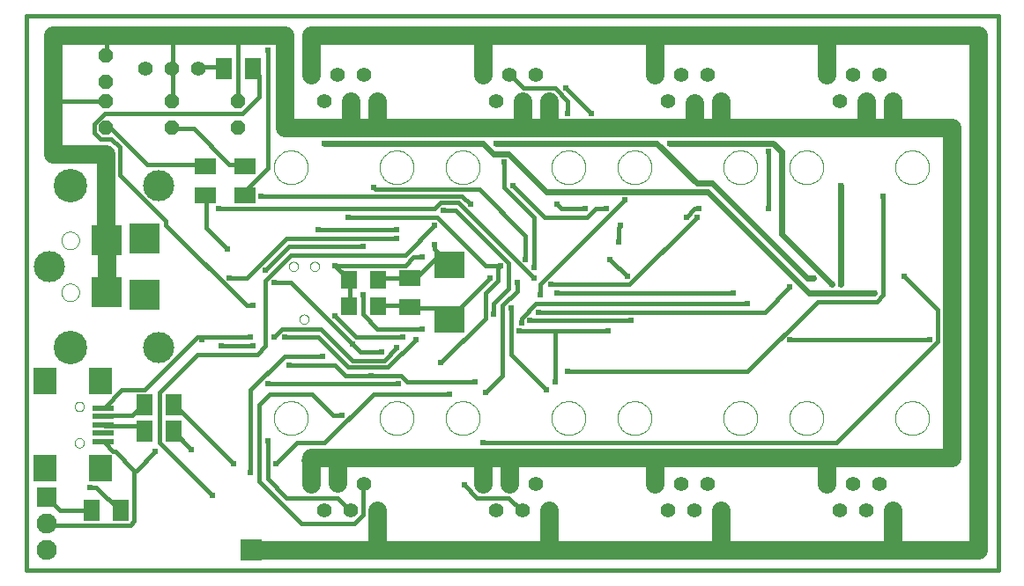
<source format=gtl>
G75*
G70*
%OFA0B0*%
%FSLAX24Y24*%
%IPPOS*%
%LPD*%
%AMOC8*
5,1,8,0,0,1.08239X$1,22.5*
%
%ADD10C,0.0160*%
%ADD11C,0.0000*%
%ADD12R,0.0760X0.0760*%
%ADD13C,0.0760*%
%ADD14C,0.0554*%
%ADD15C,0.1181*%
%ADD16C,0.1266*%
%ADD17R,0.1181X0.1181*%
%ADD18OC8,0.0520*%
%ADD19R,0.0787X0.0630*%
%ADD20R,0.0630X0.0709*%
%ADD21R,0.1181X0.0984*%
%ADD22R,0.0630X0.0787*%
%ADD23R,0.0866X0.0984*%
%ADD24R,0.0787X0.0197*%
%ADD25C,0.0551*%
%ADD26C,0.0700*%
%ADD27C,0.0500*%
%ADD28C,0.0180*%
%ADD29C,0.0240*%
%ADD30R,0.0827X0.0827*%
%ADD31C,0.0240*%
D10*
X000620Y000267D02*
X037370Y000267D01*
X037370Y021267D01*
X000620Y021267D01*
X000620Y000267D01*
D11*
X002443Y005078D02*
X002445Y005104D01*
X002451Y005130D01*
X002461Y005155D01*
X002474Y005178D01*
X002490Y005198D01*
X002510Y005216D01*
X002532Y005231D01*
X002555Y005243D01*
X002581Y005251D01*
X002607Y005255D01*
X002633Y005255D01*
X002659Y005251D01*
X002685Y005243D01*
X002709Y005231D01*
X002730Y005216D01*
X002750Y005198D01*
X002766Y005178D01*
X002779Y005155D01*
X002789Y005130D01*
X002795Y005104D01*
X002797Y005078D01*
X002795Y005052D01*
X002789Y005026D01*
X002779Y005001D01*
X002766Y004978D01*
X002750Y004958D01*
X002730Y004940D01*
X002708Y004925D01*
X002685Y004913D01*
X002659Y004905D01*
X002633Y004901D01*
X002607Y004901D01*
X002581Y004905D01*
X002555Y004913D01*
X002531Y004925D01*
X002510Y004940D01*
X002490Y004958D01*
X002474Y004978D01*
X002461Y005001D01*
X002451Y005026D01*
X002445Y005052D01*
X002443Y005078D01*
X002443Y006456D02*
X002445Y006482D01*
X002451Y006508D01*
X002461Y006533D01*
X002474Y006556D01*
X002490Y006576D01*
X002510Y006594D01*
X002532Y006609D01*
X002555Y006621D01*
X002581Y006629D01*
X002607Y006633D01*
X002633Y006633D01*
X002659Y006629D01*
X002685Y006621D01*
X002709Y006609D01*
X002730Y006594D01*
X002750Y006576D01*
X002766Y006556D01*
X002779Y006533D01*
X002789Y006508D01*
X002795Y006482D01*
X002797Y006456D01*
X002795Y006430D01*
X002789Y006404D01*
X002779Y006379D01*
X002766Y006356D01*
X002750Y006336D01*
X002730Y006318D01*
X002708Y006303D01*
X002685Y006291D01*
X002659Y006283D01*
X002633Y006279D01*
X002607Y006279D01*
X002581Y006283D01*
X002555Y006291D01*
X002531Y006303D01*
X002510Y006318D01*
X002490Y006336D01*
X002474Y006356D01*
X002461Y006379D01*
X002451Y006404D01*
X002445Y006430D01*
X002443Y006456D01*
X001939Y010782D02*
X001941Y010818D01*
X001947Y010854D01*
X001957Y010889D01*
X001970Y010923D01*
X001987Y010955D01*
X002007Y010985D01*
X002031Y011012D01*
X002057Y011037D01*
X002086Y011059D01*
X002117Y011078D01*
X002150Y011093D01*
X002184Y011105D01*
X002220Y011113D01*
X002256Y011117D01*
X002292Y011117D01*
X002328Y011113D01*
X002364Y011105D01*
X002398Y011093D01*
X002431Y011078D01*
X002462Y011059D01*
X002491Y011037D01*
X002517Y011012D01*
X002541Y010985D01*
X002561Y010955D01*
X002578Y010923D01*
X002591Y010889D01*
X002601Y010854D01*
X002607Y010818D01*
X002609Y010782D01*
X002607Y010746D01*
X002601Y010710D01*
X002591Y010675D01*
X002578Y010641D01*
X002561Y010609D01*
X002541Y010579D01*
X002517Y010552D01*
X002491Y010527D01*
X002462Y010505D01*
X002431Y010486D01*
X002398Y010471D01*
X002364Y010459D01*
X002328Y010451D01*
X002292Y010447D01*
X002256Y010447D01*
X002220Y010451D01*
X002184Y010459D01*
X002150Y010471D01*
X002117Y010486D01*
X002086Y010505D01*
X002057Y010527D01*
X002031Y010552D01*
X002007Y010579D01*
X001987Y010609D01*
X001970Y010641D01*
X001957Y010675D01*
X001947Y010710D01*
X001941Y010746D01*
X001939Y010782D01*
X001939Y012751D02*
X001941Y012787D01*
X001947Y012823D01*
X001957Y012858D01*
X001970Y012892D01*
X001987Y012924D01*
X002007Y012954D01*
X002031Y012981D01*
X002057Y013006D01*
X002086Y013028D01*
X002117Y013047D01*
X002150Y013062D01*
X002184Y013074D01*
X002220Y013082D01*
X002256Y013086D01*
X002292Y013086D01*
X002328Y013082D01*
X002364Y013074D01*
X002398Y013062D01*
X002431Y013047D01*
X002462Y013028D01*
X002491Y013006D01*
X002517Y012981D01*
X002541Y012954D01*
X002561Y012924D01*
X002578Y012892D01*
X002591Y012858D01*
X002601Y012823D01*
X002607Y012787D01*
X002609Y012751D01*
X002607Y012715D01*
X002601Y012679D01*
X002591Y012644D01*
X002578Y012610D01*
X002561Y012578D01*
X002541Y012548D01*
X002517Y012521D01*
X002491Y012496D01*
X002462Y012474D01*
X002431Y012455D01*
X002398Y012440D01*
X002364Y012428D01*
X002328Y012420D01*
X002292Y012416D01*
X002256Y012416D01*
X002220Y012420D01*
X002184Y012428D01*
X002150Y012440D01*
X002117Y012455D01*
X002086Y012474D01*
X002057Y012496D01*
X002031Y012521D01*
X002007Y012548D01*
X001987Y012578D01*
X001970Y012610D01*
X001957Y012644D01*
X001947Y012679D01*
X001941Y012715D01*
X001939Y012751D01*
X010545Y011767D02*
X010547Y011793D01*
X010553Y011819D01*
X010562Y011843D01*
X010575Y011866D01*
X010592Y011886D01*
X010611Y011904D01*
X010633Y011919D01*
X010656Y011930D01*
X010681Y011938D01*
X010707Y011942D01*
X010733Y011942D01*
X010759Y011938D01*
X010784Y011930D01*
X010808Y011919D01*
X010829Y011904D01*
X010848Y011886D01*
X010865Y011866D01*
X010878Y011843D01*
X010887Y011819D01*
X010893Y011793D01*
X010895Y011767D01*
X010893Y011741D01*
X010887Y011715D01*
X010878Y011691D01*
X010865Y011668D01*
X010848Y011648D01*
X010829Y011630D01*
X010807Y011615D01*
X010784Y011604D01*
X010759Y011596D01*
X010733Y011592D01*
X010707Y011592D01*
X010681Y011596D01*
X010656Y011604D01*
X010632Y011615D01*
X010611Y011630D01*
X010592Y011648D01*
X010575Y011668D01*
X010562Y011691D01*
X010553Y011715D01*
X010547Y011741D01*
X010545Y011767D01*
X011345Y011767D02*
X011347Y011793D01*
X011353Y011819D01*
X011362Y011843D01*
X011375Y011866D01*
X011392Y011886D01*
X011411Y011904D01*
X011433Y011919D01*
X011456Y011930D01*
X011481Y011938D01*
X011507Y011942D01*
X011533Y011942D01*
X011559Y011938D01*
X011584Y011930D01*
X011608Y011919D01*
X011629Y011904D01*
X011648Y011886D01*
X011665Y011866D01*
X011678Y011843D01*
X011687Y011819D01*
X011693Y011793D01*
X011695Y011767D01*
X011693Y011741D01*
X011687Y011715D01*
X011678Y011691D01*
X011665Y011668D01*
X011648Y011648D01*
X011629Y011630D01*
X011607Y011615D01*
X011584Y011604D01*
X011559Y011596D01*
X011533Y011592D01*
X011507Y011592D01*
X011481Y011596D01*
X011456Y011604D01*
X011432Y011615D01*
X011411Y011630D01*
X011392Y011648D01*
X011375Y011668D01*
X011362Y011691D01*
X011353Y011715D01*
X011347Y011741D01*
X011345Y011767D01*
X010945Y009767D02*
X010947Y009793D01*
X010953Y009819D01*
X010962Y009843D01*
X010975Y009866D01*
X010992Y009886D01*
X011011Y009904D01*
X011033Y009919D01*
X011056Y009930D01*
X011081Y009938D01*
X011107Y009942D01*
X011133Y009942D01*
X011159Y009938D01*
X011184Y009930D01*
X011208Y009919D01*
X011229Y009904D01*
X011248Y009886D01*
X011265Y009866D01*
X011278Y009843D01*
X011287Y009819D01*
X011293Y009793D01*
X011295Y009767D01*
X011293Y009741D01*
X011287Y009715D01*
X011278Y009691D01*
X011265Y009668D01*
X011248Y009648D01*
X011229Y009630D01*
X011207Y009615D01*
X011184Y009604D01*
X011159Y009596D01*
X011133Y009592D01*
X011107Y009592D01*
X011081Y009596D01*
X011056Y009604D01*
X011032Y009615D01*
X011011Y009630D01*
X010992Y009648D01*
X010975Y009668D01*
X010962Y009691D01*
X010953Y009715D01*
X010947Y009741D01*
X010945Y009767D01*
X009980Y006017D02*
X009982Y006067D01*
X009988Y006117D01*
X009998Y006166D01*
X010011Y006215D01*
X010029Y006262D01*
X010050Y006308D01*
X010074Y006351D01*
X010102Y006393D01*
X010133Y006433D01*
X010167Y006470D01*
X010204Y006504D01*
X010244Y006535D01*
X010286Y006563D01*
X010329Y006587D01*
X010375Y006608D01*
X010422Y006626D01*
X010471Y006639D01*
X010520Y006649D01*
X010570Y006655D01*
X010620Y006657D01*
X010670Y006655D01*
X010720Y006649D01*
X010769Y006639D01*
X010818Y006626D01*
X010865Y006608D01*
X010911Y006587D01*
X010954Y006563D01*
X010996Y006535D01*
X011036Y006504D01*
X011073Y006470D01*
X011107Y006433D01*
X011138Y006393D01*
X011166Y006351D01*
X011190Y006308D01*
X011211Y006262D01*
X011229Y006215D01*
X011242Y006166D01*
X011252Y006117D01*
X011258Y006067D01*
X011260Y006017D01*
X011258Y005967D01*
X011252Y005917D01*
X011242Y005868D01*
X011229Y005819D01*
X011211Y005772D01*
X011190Y005726D01*
X011166Y005683D01*
X011138Y005641D01*
X011107Y005601D01*
X011073Y005564D01*
X011036Y005530D01*
X010996Y005499D01*
X010954Y005471D01*
X010911Y005447D01*
X010865Y005426D01*
X010818Y005408D01*
X010769Y005395D01*
X010720Y005385D01*
X010670Y005379D01*
X010620Y005377D01*
X010570Y005379D01*
X010520Y005385D01*
X010471Y005395D01*
X010422Y005408D01*
X010375Y005426D01*
X010329Y005447D01*
X010286Y005471D01*
X010244Y005499D01*
X010204Y005530D01*
X010167Y005564D01*
X010133Y005601D01*
X010102Y005641D01*
X010074Y005683D01*
X010050Y005726D01*
X010029Y005772D01*
X010011Y005819D01*
X009998Y005868D01*
X009988Y005917D01*
X009982Y005967D01*
X009980Y006017D01*
X013980Y006017D02*
X013982Y006067D01*
X013988Y006117D01*
X013998Y006166D01*
X014011Y006215D01*
X014029Y006262D01*
X014050Y006308D01*
X014074Y006351D01*
X014102Y006393D01*
X014133Y006433D01*
X014167Y006470D01*
X014204Y006504D01*
X014244Y006535D01*
X014286Y006563D01*
X014329Y006587D01*
X014375Y006608D01*
X014422Y006626D01*
X014471Y006639D01*
X014520Y006649D01*
X014570Y006655D01*
X014620Y006657D01*
X014670Y006655D01*
X014720Y006649D01*
X014769Y006639D01*
X014818Y006626D01*
X014865Y006608D01*
X014911Y006587D01*
X014954Y006563D01*
X014996Y006535D01*
X015036Y006504D01*
X015073Y006470D01*
X015107Y006433D01*
X015138Y006393D01*
X015166Y006351D01*
X015190Y006308D01*
X015211Y006262D01*
X015229Y006215D01*
X015242Y006166D01*
X015252Y006117D01*
X015258Y006067D01*
X015260Y006017D01*
X015258Y005967D01*
X015252Y005917D01*
X015242Y005868D01*
X015229Y005819D01*
X015211Y005772D01*
X015190Y005726D01*
X015166Y005683D01*
X015138Y005641D01*
X015107Y005601D01*
X015073Y005564D01*
X015036Y005530D01*
X014996Y005499D01*
X014954Y005471D01*
X014911Y005447D01*
X014865Y005426D01*
X014818Y005408D01*
X014769Y005395D01*
X014720Y005385D01*
X014670Y005379D01*
X014620Y005377D01*
X014570Y005379D01*
X014520Y005385D01*
X014471Y005395D01*
X014422Y005408D01*
X014375Y005426D01*
X014329Y005447D01*
X014286Y005471D01*
X014244Y005499D01*
X014204Y005530D01*
X014167Y005564D01*
X014133Y005601D01*
X014102Y005641D01*
X014074Y005683D01*
X014050Y005726D01*
X014029Y005772D01*
X014011Y005819D01*
X013998Y005868D01*
X013988Y005917D01*
X013982Y005967D01*
X013980Y006017D01*
X016480Y006017D02*
X016482Y006067D01*
X016488Y006117D01*
X016498Y006166D01*
X016511Y006215D01*
X016529Y006262D01*
X016550Y006308D01*
X016574Y006351D01*
X016602Y006393D01*
X016633Y006433D01*
X016667Y006470D01*
X016704Y006504D01*
X016744Y006535D01*
X016786Y006563D01*
X016829Y006587D01*
X016875Y006608D01*
X016922Y006626D01*
X016971Y006639D01*
X017020Y006649D01*
X017070Y006655D01*
X017120Y006657D01*
X017170Y006655D01*
X017220Y006649D01*
X017269Y006639D01*
X017318Y006626D01*
X017365Y006608D01*
X017411Y006587D01*
X017454Y006563D01*
X017496Y006535D01*
X017536Y006504D01*
X017573Y006470D01*
X017607Y006433D01*
X017638Y006393D01*
X017666Y006351D01*
X017690Y006308D01*
X017711Y006262D01*
X017729Y006215D01*
X017742Y006166D01*
X017752Y006117D01*
X017758Y006067D01*
X017760Y006017D01*
X017758Y005967D01*
X017752Y005917D01*
X017742Y005868D01*
X017729Y005819D01*
X017711Y005772D01*
X017690Y005726D01*
X017666Y005683D01*
X017638Y005641D01*
X017607Y005601D01*
X017573Y005564D01*
X017536Y005530D01*
X017496Y005499D01*
X017454Y005471D01*
X017411Y005447D01*
X017365Y005426D01*
X017318Y005408D01*
X017269Y005395D01*
X017220Y005385D01*
X017170Y005379D01*
X017120Y005377D01*
X017070Y005379D01*
X017020Y005385D01*
X016971Y005395D01*
X016922Y005408D01*
X016875Y005426D01*
X016829Y005447D01*
X016786Y005471D01*
X016744Y005499D01*
X016704Y005530D01*
X016667Y005564D01*
X016633Y005601D01*
X016602Y005641D01*
X016574Y005683D01*
X016550Y005726D01*
X016529Y005772D01*
X016511Y005819D01*
X016498Y005868D01*
X016488Y005917D01*
X016482Y005967D01*
X016480Y006017D01*
X020480Y006017D02*
X020482Y006067D01*
X020488Y006117D01*
X020498Y006166D01*
X020511Y006215D01*
X020529Y006262D01*
X020550Y006308D01*
X020574Y006351D01*
X020602Y006393D01*
X020633Y006433D01*
X020667Y006470D01*
X020704Y006504D01*
X020744Y006535D01*
X020786Y006563D01*
X020829Y006587D01*
X020875Y006608D01*
X020922Y006626D01*
X020971Y006639D01*
X021020Y006649D01*
X021070Y006655D01*
X021120Y006657D01*
X021170Y006655D01*
X021220Y006649D01*
X021269Y006639D01*
X021318Y006626D01*
X021365Y006608D01*
X021411Y006587D01*
X021454Y006563D01*
X021496Y006535D01*
X021536Y006504D01*
X021573Y006470D01*
X021607Y006433D01*
X021638Y006393D01*
X021666Y006351D01*
X021690Y006308D01*
X021711Y006262D01*
X021729Y006215D01*
X021742Y006166D01*
X021752Y006117D01*
X021758Y006067D01*
X021760Y006017D01*
X021758Y005967D01*
X021752Y005917D01*
X021742Y005868D01*
X021729Y005819D01*
X021711Y005772D01*
X021690Y005726D01*
X021666Y005683D01*
X021638Y005641D01*
X021607Y005601D01*
X021573Y005564D01*
X021536Y005530D01*
X021496Y005499D01*
X021454Y005471D01*
X021411Y005447D01*
X021365Y005426D01*
X021318Y005408D01*
X021269Y005395D01*
X021220Y005385D01*
X021170Y005379D01*
X021120Y005377D01*
X021070Y005379D01*
X021020Y005385D01*
X020971Y005395D01*
X020922Y005408D01*
X020875Y005426D01*
X020829Y005447D01*
X020786Y005471D01*
X020744Y005499D01*
X020704Y005530D01*
X020667Y005564D01*
X020633Y005601D01*
X020602Y005641D01*
X020574Y005683D01*
X020550Y005726D01*
X020529Y005772D01*
X020511Y005819D01*
X020498Y005868D01*
X020488Y005917D01*
X020482Y005967D01*
X020480Y006017D01*
X022980Y006017D02*
X022982Y006067D01*
X022988Y006117D01*
X022998Y006166D01*
X023011Y006215D01*
X023029Y006262D01*
X023050Y006308D01*
X023074Y006351D01*
X023102Y006393D01*
X023133Y006433D01*
X023167Y006470D01*
X023204Y006504D01*
X023244Y006535D01*
X023286Y006563D01*
X023329Y006587D01*
X023375Y006608D01*
X023422Y006626D01*
X023471Y006639D01*
X023520Y006649D01*
X023570Y006655D01*
X023620Y006657D01*
X023670Y006655D01*
X023720Y006649D01*
X023769Y006639D01*
X023818Y006626D01*
X023865Y006608D01*
X023911Y006587D01*
X023954Y006563D01*
X023996Y006535D01*
X024036Y006504D01*
X024073Y006470D01*
X024107Y006433D01*
X024138Y006393D01*
X024166Y006351D01*
X024190Y006308D01*
X024211Y006262D01*
X024229Y006215D01*
X024242Y006166D01*
X024252Y006117D01*
X024258Y006067D01*
X024260Y006017D01*
X024258Y005967D01*
X024252Y005917D01*
X024242Y005868D01*
X024229Y005819D01*
X024211Y005772D01*
X024190Y005726D01*
X024166Y005683D01*
X024138Y005641D01*
X024107Y005601D01*
X024073Y005564D01*
X024036Y005530D01*
X023996Y005499D01*
X023954Y005471D01*
X023911Y005447D01*
X023865Y005426D01*
X023818Y005408D01*
X023769Y005395D01*
X023720Y005385D01*
X023670Y005379D01*
X023620Y005377D01*
X023570Y005379D01*
X023520Y005385D01*
X023471Y005395D01*
X023422Y005408D01*
X023375Y005426D01*
X023329Y005447D01*
X023286Y005471D01*
X023244Y005499D01*
X023204Y005530D01*
X023167Y005564D01*
X023133Y005601D01*
X023102Y005641D01*
X023074Y005683D01*
X023050Y005726D01*
X023029Y005772D01*
X023011Y005819D01*
X022998Y005868D01*
X022988Y005917D01*
X022982Y005967D01*
X022980Y006017D01*
X026980Y006017D02*
X026982Y006067D01*
X026988Y006117D01*
X026998Y006166D01*
X027011Y006215D01*
X027029Y006262D01*
X027050Y006308D01*
X027074Y006351D01*
X027102Y006393D01*
X027133Y006433D01*
X027167Y006470D01*
X027204Y006504D01*
X027244Y006535D01*
X027286Y006563D01*
X027329Y006587D01*
X027375Y006608D01*
X027422Y006626D01*
X027471Y006639D01*
X027520Y006649D01*
X027570Y006655D01*
X027620Y006657D01*
X027670Y006655D01*
X027720Y006649D01*
X027769Y006639D01*
X027818Y006626D01*
X027865Y006608D01*
X027911Y006587D01*
X027954Y006563D01*
X027996Y006535D01*
X028036Y006504D01*
X028073Y006470D01*
X028107Y006433D01*
X028138Y006393D01*
X028166Y006351D01*
X028190Y006308D01*
X028211Y006262D01*
X028229Y006215D01*
X028242Y006166D01*
X028252Y006117D01*
X028258Y006067D01*
X028260Y006017D01*
X028258Y005967D01*
X028252Y005917D01*
X028242Y005868D01*
X028229Y005819D01*
X028211Y005772D01*
X028190Y005726D01*
X028166Y005683D01*
X028138Y005641D01*
X028107Y005601D01*
X028073Y005564D01*
X028036Y005530D01*
X027996Y005499D01*
X027954Y005471D01*
X027911Y005447D01*
X027865Y005426D01*
X027818Y005408D01*
X027769Y005395D01*
X027720Y005385D01*
X027670Y005379D01*
X027620Y005377D01*
X027570Y005379D01*
X027520Y005385D01*
X027471Y005395D01*
X027422Y005408D01*
X027375Y005426D01*
X027329Y005447D01*
X027286Y005471D01*
X027244Y005499D01*
X027204Y005530D01*
X027167Y005564D01*
X027133Y005601D01*
X027102Y005641D01*
X027074Y005683D01*
X027050Y005726D01*
X027029Y005772D01*
X027011Y005819D01*
X026998Y005868D01*
X026988Y005917D01*
X026982Y005967D01*
X026980Y006017D01*
X029480Y006017D02*
X029482Y006067D01*
X029488Y006117D01*
X029498Y006166D01*
X029511Y006215D01*
X029529Y006262D01*
X029550Y006308D01*
X029574Y006351D01*
X029602Y006393D01*
X029633Y006433D01*
X029667Y006470D01*
X029704Y006504D01*
X029744Y006535D01*
X029786Y006563D01*
X029829Y006587D01*
X029875Y006608D01*
X029922Y006626D01*
X029971Y006639D01*
X030020Y006649D01*
X030070Y006655D01*
X030120Y006657D01*
X030170Y006655D01*
X030220Y006649D01*
X030269Y006639D01*
X030318Y006626D01*
X030365Y006608D01*
X030411Y006587D01*
X030454Y006563D01*
X030496Y006535D01*
X030536Y006504D01*
X030573Y006470D01*
X030607Y006433D01*
X030638Y006393D01*
X030666Y006351D01*
X030690Y006308D01*
X030711Y006262D01*
X030729Y006215D01*
X030742Y006166D01*
X030752Y006117D01*
X030758Y006067D01*
X030760Y006017D01*
X030758Y005967D01*
X030752Y005917D01*
X030742Y005868D01*
X030729Y005819D01*
X030711Y005772D01*
X030690Y005726D01*
X030666Y005683D01*
X030638Y005641D01*
X030607Y005601D01*
X030573Y005564D01*
X030536Y005530D01*
X030496Y005499D01*
X030454Y005471D01*
X030411Y005447D01*
X030365Y005426D01*
X030318Y005408D01*
X030269Y005395D01*
X030220Y005385D01*
X030170Y005379D01*
X030120Y005377D01*
X030070Y005379D01*
X030020Y005385D01*
X029971Y005395D01*
X029922Y005408D01*
X029875Y005426D01*
X029829Y005447D01*
X029786Y005471D01*
X029744Y005499D01*
X029704Y005530D01*
X029667Y005564D01*
X029633Y005601D01*
X029602Y005641D01*
X029574Y005683D01*
X029550Y005726D01*
X029529Y005772D01*
X029511Y005819D01*
X029498Y005868D01*
X029488Y005917D01*
X029482Y005967D01*
X029480Y006017D01*
X033480Y006017D02*
X033482Y006067D01*
X033488Y006117D01*
X033498Y006166D01*
X033511Y006215D01*
X033529Y006262D01*
X033550Y006308D01*
X033574Y006351D01*
X033602Y006393D01*
X033633Y006433D01*
X033667Y006470D01*
X033704Y006504D01*
X033744Y006535D01*
X033786Y006563D01*
X033829Y006587D01*
X033875Y006608D01*
X033922Y006626D01*
X033971Y006639D01*
X034020Y006649D01*
X034070Y006655D01*
X034120Y006657D01*
X034170Y006655D01*
X034220Y006649D01*
X034269Y006639D01*
X034318Y006626D01*
X034365Y006608D01*
X034411Y006587D01*
X034454Y006563D01*
X034496Y006535D01*
X034536Y006504D01*
X034573Y006470D01*
X034607Y006433D01*
X034638Y006393D01*
X034666Y006351D01*
X034690Y006308D01*
X034711Y006262D01*
X034729Y006215D01*
X034742Y006166D01*
X034752Y006117D01*
X034758Y006067D01*
X034760Y006017D01*
X034758Y005967D01*
X034752Y005917D01*
X034742Y005868D01*
X034729Y005819D01*
X034711Y005772D01*
X034690Y005726D01*
X034666Y005683D01*
X034638Y005641D01*
X034607Y005601D01*
X034573Y005564D01*
X034536Y005530D01*
X034496Y005499D01*
X034454Y005471D01*
X034411Y005447D01*
X034365Y005426D01*
X034318Y005408D01*
X034269Y005395D01*
X034220Y005385D01*
X034170Y005379D01*
X034120Y005377D01*
X034070Y005379D01*
X034020Y005385D01*
X033971Y005395D01*
X033922Y005408D01*
X033875Y005426D01*
X033829Y005447D01*
X033786Y005471D01*
X033744Y005499D01*
X033704Y005530D01*
X033667Y005564D01*
X033633Y005601D01*
X033602Y005641D01*
X033574Y005683D01*
X033550Y005726D01*
X033529Y005772D01*
X033511Y005819D01*
X033498Y005868D01*
X033488Y005917D01*
X033482Y005967D01*
X033480Y006017D01*
X033480Y015517D02*
X033482Y015567D01*
X033488Y015617D01*
X033498Y015666D01*
X033511Y015715D01*
X033529Y015762D01*
X033550Y015808D01*
X033574Y015851D01*
X033602Y015893D01*
X033633Y015933D01*
X033667Y015970D01*
X033704Y016004D01*
X033744Y016035D01*
X033786Y016063D01*
X033829Y016087D01*
X033875Y016108D01*
X033922Y016126D01*
X033971Y016139D01*
X034020Y016149D01*
X034070Y016155D01*
X034120Y016157D01*
X034170Y016155D01*
X034220Y016149D01*
X034269Y016139D01*
X034318Y016126D01*
X034365Y016108D01*
X034411Y016087D01*
X034454Y016063D01*
X034496Y016035D01*
X034536Y016004D01*
X034573Y015970D01*
X034607Y015933D01*
X034638Y015893D01*
X034666Y015851D01*
X034690Y015808D01*
X034711Y015762D01*
X034729Y015715D01*
X034742Y015666D01*
X034752Y015617D01*
X034758Y015567D01*
X034760Y015517D01*
X034758Y015467D01*
X034752Y015417D01*
X034742Y015368D01*
X034729Y015319D01*
X034711Y015272D01*
X034690Y015226D01*
X034666Y015183D01*
X034638Y015141D01*
X034607Y015101D01*
X034573Y015064D01*
X034536Y015030D01*
X034496Y014999D01*
X034454Y014971D01*
X034411Y014947D01*
X034365Y014926D01*
X034318Y014908D01*
X034269Y014895D01*
X034220Y014885D01*
X034170Y014879D01*
X034120Y014877D01*
X034070Y014879D01*
X034020Y014885D01*
X033971Y014895D01*
X033922Y014908D01*
X033875Y014926D01*
X033829Y014947D01*
X033786Y014971D01*
X033744Y014999D01*
X033704Y015030D01*
X033667Y015064D01*
X033633Y015101D01*
X033602Y015141D01*
X033574Y015183D01*
X033550Y015226D01*
X033529Y015272D01*
X033511Y015319D01*
X033498Y015368D01*
X033488Y015417D01*
X033482Y015467D01*
X033480Y015517D01*
X029480Y015517D02*
X029482Y015567D01*
X029488Y015617D01*
X029498Y015666D01*
X029511Y015715D01*
X029529Y015762D01*
X029550Y015808D01*
X029574Y015851D01*
X029602Y015893D01*
X029633Y015933D01*
X029667Y015970D01*
X029704Y016004D01*
X029744Y016035D01*
X029786Y016063D01*
X029829Y016087D01*
X029875Y016108D01*
X029922Y016126D01*
X029971Y016139D01*
X030020Y016149D01*
X030070Y016155D01*
X030120Y016157D01*
X030170Y016155D01*
X030220Y016149D01*
X030269Y016139D01*
X030318Y016126D01*
X030365Y016108D01*
X030411Y016087D01*
X030454Y016063D01*
X030496Y016035D01*
X030536Y016004D01*
X030573Y015970D01*
X030607Y015933D01*
X030638Y015893D01*
X030666Y015851D01*
X030690Y015808D01*
X030711Y015762D01*
X030729Y015715D01*
X030742Y015666D01*
X030752Y015617D01*
X030758Y015567D01*
X030760Y015517D01*
X030758Y015467D01*
X030752Y015417D01*
X030742Y015368D01*
X030729Y015319D01*
X030711Y015272D01*
X030690Y015226D01*
X030666Y015183D01*
X030638Y015141D01*
X030607Y015101D01*
X030573Y015064D01*
X030536Y015030D01*
X030496Y014999D01*
X030454Y014971D01*
X030411Y014947D01*
X030365Y014926D01*
X030318Y014908D01*
X030269Y014895D01*
X030220Y014885D01*
X030170Y014879D01*
X030120Y014877D01*
X030070Y014879D01*
X030020Y014885D01*
X029971Y014895D01*
X029922Y014908D01*
X029875Y014926D01*
X029829Y014947D01*
X029786Y014971D01*
X029744Y014999D01*
X029704Y015030D01*
X029667Y015064D01*
X029633Y015101D01*
X029602Y015141D01*
X029574Y015183D01*
X029550Y015226D01*
X029529Y015272D01*
X029511Y015319D01*
X029498Y015368D01*
X029488Y015417D01*
X029482Y015467D01*
X029480Y015517D01*
X026980Y015517D02*
X026982Y015567D01*
X026988Y015617D01*
X026998Y015666D01*
X027011Y015715D01*
X027029Y015762D01*
X027050Y015808D01*
X027074Y015851D01*
X027102Y015893D01*
X027133Y015933D01*
X027167Y015970D01*
X027204Y016004D01*
X027244Y016035D01*
X027286Y016063D01*
X027329Y016087D01*
X027375Y016108D01*
X027422Y016126D01*
X027471Y016139D01*
X027520Y016149D01*
X027570Y016155D01*
X027620Y016157D01*
X027670Y016155D01*
X027720Y016149D01*
X027769Y016139D01*
X027818Y016126D01*
X027865Y016108D01*
X027911Y016087D01*
X027954Y016063D01*
X027996Y016035D01*
X028036Y016004D01*
X028073Y015970D01*
X028107Y015933D01*
X028138Y015893D01*
X028166Y015851D01*
X028190Y015808D01*
X028211Y015762D01*
X028229Y015715D01*
X028242Y015666D01*
X028252Y015617D01*
X028258Y015567D01*
X028260Y015517D01*
X028258Y015467D01*
X028252Y015417D01*
X028242Y015368D01*
X028229Y015319D01*
X028211Y015272D01*
X028190Y015226D01*
X028166Y015183D01*
X028138Y015141D01*
X028107Y015101D01*
X028073Y015064D01*
X028036Y015030D01*
X027996Y014999D01*
X027954Y014971D01*
X027911Y014947D01*
X027865Y014926D01*
X027818Y014908D01*
X027769Y014895D01*
X027720Y014885D01*
X027670Y014879D01*
X027620Y014877D01*
X027570Y014879D01*
X027520Y014885D01*
X027471Y014895D01*
X027422Y014908D01*
X027375Y014926D01*
X027329Y014947D01*
X027286Y014971D01*
X027244Y014999D01*
X027204Y015030D01*
X027167Y015064D01*
X027133Y015101D01*
X027102Y015141D01*
X027074Y015183D01*
X027050Y015226D01*
X027029Y015272D01*
X027011Y015319D01*
X026998Y015368D01*
X026988Y015417D01*
X026982Y015467D01*
X026980Y015517D01*
X022980Y015517D02*
X022982Y015567D01*
X022988Y015617D01*
X022998Y015666D01*
X023011Y015715D01*
X023029Y015762D01*
X023050Y015808D01*
X023074Y015851D01*
X023102Y015893D01*
X023133Y015933D01*
X023167Y015970D01*
X023204Y016004D01*
X023244Y016035D01*
X023286Y016063D01*
X023329Y016087D01*
X023375Y016108D01*
X023422Y016126D01*
X023471Y016139D01*
X023520Y016149D01*
X023570Y016155D01*
X023620Y016157D01*
X023670Y016155D01*
X023720Y016149D01*
X023769Y016139D01*
X023818Y016126D01*
X023865Y016108D01*
X023911Y016087D01*
X023954Y016063D01*
X023996Y016035D01*
X024036Y016004D01*
X024073Y015970D01*
X024107Y015933D01*
X024138Y015893D01*
X024166Y015851D01*
X024190Y015808D01*
X024211Y015762D01*
X024229Y015715D01*
X024242Y015666D01*
X024252Y015617D01*
X024258Y015567D01*
X024260Y015517D01*
X024258Y015467D01*
X024252Y015417D01*
X024242Y015368D01*
X024229Y015319D01*
X024211Y015272D01*
X024190Y015226D01*
X024166Y015183D01*
X024138Y015141D01*
X024107Y015101D01*
X024073Y015064D01*
X024036Y015030D01*
X023996Y014999D01*
X023954Y014971D01*
X023911Y014947D01*
X023865Y014926D01*
X023818Y014908D01*
X023769Y014895D01*
X023720Y014885D01*
X023670Y014879D01*
X023620Y014877D01*
X023570Y014879D01*
X023520Y014885D01*
X023471Y014895D01*
X023422Y014908D01*
X023375Y014926D01*
X023329Y014947D01*
X023286Y014971D01*
X023244Y014999D01*
X023204Y015030D01*
X023167Y015064D01*
X023133Y015101D01*
X023102Y015141D01*
X023074Y015183D01*
X023050Y015226D01*
X023029Y015272D01*
X023011Y015319D01*
X022998Y015368D01*
X022988Y015417D01*
X022982Y015467D01*
X022980Y015517D01*
X020480Y015517D02*
X020482Y015567D01*
X020488Y015617D01*
X020498Y015666D01*
X020511Y015715D01*
X020529Y015762D01*
X020550Y015808D01*
X020574Y015851D01*
X020602Y015893D01*
X020633Y015933D01*
X020667Y015970D01*
X020704Y016004D01*
X020744Y016035D01*
X020786Y016063D01*
X020829Y016087D01*
X020875Y016108D01*
X020922Y016126D01*
X020971Y016139D01*
X021020Y016149D01*
X021070Y016155D01*
X021120Y016157D01*
X021170Y016155D01*
X021220Y016149D01*
X021269Y016139D01*
X021318Y016126D01*
X021365Y016108D01*
X021411Y016087D01*
X021454Y016063D01*
X021496Y016035D01*
X021536Y016004D01*
X021573Y015970D01*
X021607Y015933D01*
X021638Y015893D01*
X021666Y015851D01*
X021690Y015808D01*
X021711Y015762D01*
X021729Y015715D01*
X021742Y015666D01*
X021752Y015617D01*
X021758Y015567D01*
X021760Y015517D01*
X021758Y015467D01*
X021752Y015417D01*
X021742Y015368D01*
X021729Y015319D01*
X021711Y015272D01*
X021690Y015226D01*
X021666Y015183D01*
X021638Y015141D01*
X021607Y015101D01*
X021573Y015064D01*
X021536Y015030D01*
X021496Y014999D01*
X021454Y014971D01*
X021411Y014947D01*
X021365Y014926D01*
X021318Y014908D01*
X021269Y014895D01*
X021220Y014885D01*
X021170Y014879D01*
X021120Y014877D01*
X021070Y014879D01*
X021020Y014885D01*
X020971Y014895D01*
X020922Y014908D01*
X020875Y014926D01*
X020829Y014947D01*
X020786Y014971D01*
X020744Y014999D01*
X020704Y015030D01*
X020667Y015064D01*
X020633Y015101D01*
X020602Y015141D01*
X020574Y015183D01*
X020550Y015226D01*
X020529Y015272D01*
X020511Y015319D01*
X020498Y015368D01*
X020488Y015417D01*
X020482Y015467D01*
X020480Y015517D01*
X016480Y015517D02*
X016482Y015567D01*
X016488Y015617D01*
X016498Y015666D01*
X016511Y015715D01*
X016529Y015762D01*
X016550Y015808D01*
X016574Y015851D01*
X016602Y015893D01*
X016633Y015933D01*
X016667Y015970D01*
X016704Y016004D01*
X016744Y016035D01*
X016786Y016063D01*
X016829Y016087D01*
X016875Y016108D01*
X016922Y016126D01*
X016971Y016139D01*
X017020Y016149D01*
X017070Y016155D01*
X017120Y016157D01*
X017170Y016155D01*
X017220Y016149D01*
X017269Y016139D01*
X017318Y016126D01*
X017365Y016108D01*
X017411Y016087D01*
X017454Y016063D01*
X017496Y016035D01*
X017536Y016004D01*
X017573Y015970D01*
X017607Y015933D01*
X017638Y015893D01*
X017666Y015851D01*
X017690Y015808D01*
X017711Y015762D01*
X017729Y015715D01*
X017742Y015666D01*
X017752Y015617D01*
X017758Y015567D01*
X017760Y015517D01*
X017758Y015467D01*
X017752Y015417D01*
X017742Y015368D01*
X017729Y015319D01*
X017711Y015272D01*
X017690Y015226D01*
X017666Y015183D01*
X017638Y015141D01*
X017607Y015101D01*
X017573Y015064D01*
X017536Y015030D01*
X017496Y014999D01*
X017454Y014971D01*
X017411Y014947D01*
X017365Y014926D01*
X017318Y014908D01*
X017269Y014895D01*
X017220Y014885D01*
X017170Y014879D01*
X017120Y014877D01*
X017070Y014879D01*
X017020Y014885D01*
X016971Y014895D01*
X016922Y014908D01*
X016875Y014926D01*
X016829Y014947D01*
X016786Y014971D01*
X016744Y014999D01*
X016704Y015030D01*
X016667Y015064D01*
X016633Y015101D01*
X016602Y015141D01*
X016574Y015183D01*
X016550Y015226D01*
X016529Y015272D01*
X016511Y015319D01*
X016498Y015368D01*
X016488Y015417D01*
X016482Y015467D01*
X016480Y015517D01*
X013980Y015517D02*
X013982Y015567D01*
X013988Y015617D01*
X013998Y015666D01*
X014011Y015715D01*
X014029Y015762D01*
X014050Y015808D01*
X014074Y015851D01*
X014102Y015893D01*
X014133Y015933D01*
X014167Y015970D01*
X014204Y016004D01*
X014244Y016035D01*
X014286Y016063D01*
X014329Y016087D01*
X014375Y016108D01*
X014422Y016126D01*
X014471Y016139D01*
X014520Y016149D01*
X014570Y016155D01*
X014620Y016157D01*
X014670Y016155D01*
X014720Y016149D01*
X014769Y016139D01*
X014818Y016126D01*
X014865Y016108D01*
X014911Y016087D01*
X014954Y016063D01*
X014996Y016035D01*
X015036Y016004D01*
X015073Y015970D01*
X015107Y015933D01*
X015138Y015893D01*
X015166Y015851D01*
X015190Y015808D01*
X015211Y015762D01*
X015229Y015715D01*
X015242Y015666D01*
X015252Y015617D01*
X015258Y015567D01*
X015260Y015517D01*
X015258Y015467D01*
X015252Y015417D01*
X015242Y015368D01*
X015229Y015319D01*
X015211Y015272D01*
X015190Y015226D01*
X015166Y015183D01*
X015138Y015141D01*
X015107Y015101D01*
X015073Y015064D01*
X015036Y015030D01*
X014996Y014999D01*
X014954Y014971D01*
X014911Y014947D01*
X014865Y014926D01*
X014818Y014908D01*
X014769Y014895D01*
X014720Y014885D01*
X014670Y014879D01*
X014620Y014877D01*
X014570Y014879D01*
X014520Y014885D01*
X014471Y014895D01*
X014422Y014908D01*
X014375Y014926D01*
X014329Y014947D01*
X014286Y014971D01*
X014244Y014999D01*
X014204Y015030D01*
X014167Y015064D01*
X014133Y015101D01*
X014102Y015141D01*
X014074Y015183D01*
X014050Y015226D01*
X014029Y015272D01*
X014011Y015319D01*
X013998Y015368D01*
X013988Y015417D01*
X013982Y015467D01*
X013980Y015517D01*
X009980Y015517D02*
X009982Y015567D01*
X009988Y015617D01*
X009998Y015666D01*
X010011Y015715D01*
X010029Y015762D01*
X010050Y015808D01*
X010074Y015851D01*
X010102Y015893D01*
X010133Y015933D01*
X010167Y015970D01*
X010204Y016004D01*
X010244Y016035D01*
X010286Y016063D01*
X010329Y016087D01*
X010375Y016108D01*
X010422Y016126D01*
X010471Y016139D01*
X010520Y016149D01*
X010570Y016155D01*
X010620Y016157D01*
X010670Y016155D01*
X010720Y016149D01*
X010769Y016139D01*
X010818Y016126D01*
X010865Y016108D01*
X010911Y016087D01*
X010954Y016063D01*
X010996Y016035D01*
X011036Y016004D01*
X011073Y015970D01*
X011107Y015933D01*
X011138Y015893D01*
X011166Y015851D01*
X011190Y015808D01*
X011211Y015762D01*
X011229Y015715D01*
X011242Y015666D01*
X011252Y015617D01*
X011258Y015567D01*
X011260Y015517D01*
X011258Y015467D01*
X011252Y015417D01*
X011242Y015368D01*
X011229Y015319D01*
X011211Y015272D01*
X011190Y015226D01*
X011166Y015183D01*
X011138Y015141D01*
X011107Y015101D01*
X011073Y015064D01*
X011036Y015030D01*
X010996Y014999D01*
X010954Y014971D01*
X010911Y014947D01*
X010865Y014926D01*
X010818Y014908D01*
X010769Y014895D01*
X010720Y014885D01*
X010670Y014879D01*
X010620Y014877D01*
X010570Y014879D01*
X010520Y014885D01*
X010471Y014895D01*
X010422Y014908D01*
X010375Y014926D01*
X010329Y014947D01*
X010286Y014971D01*
X010244Y014999D01*
X010204Y015030D01*
X010167Y015064D01*
X010133Y015101D01*
X010102Y015141D01*
X010074Y015183D01*
X010050Y015226D01*
X010029Y015272D01*
X010011Y015319D01*
X009998Y015368D01*
X009988Y015417D01*
X009982Y015467D01*
X009980Y015517D01*
D12*
X001370Y003017D03*
D13*
X001370Y002017D03*
X001370Y001017D03*
D14*
X011370Y003517D03*
X012370Y003517D03*
X013370Y003517D03*
X012870Y002517D03*
X013870Y002517D03*
X011870Y002517D03*
X017870Y003517D03*
X018870Y003517D03*
X019870Y003517D03*
X019370Y002517D03*
X018370Y002517D03*
X020370Y002517D03*
X024370Y003517D03*
X025370Y003517D03*
X026370Y003517D03*
X025870Y002517D03*
X024870Y002517D03*
X026870Y002517D03*
X030870Y003517D03*
X031870Y003517D03*
X032870Y003517D03*
X032370Y002517D03*
X033370Y002517D03*
X031370Y002517D03*
X031370Y018017D03*
X032370Y018017D03*
X033370Y018017D03*
X032870Y019017D03*
X031870Y019017D03*
X030870Y019017D03*
X026870Y018017D03*
X025870Y018017D03*
X024870Y018017D03*
X024370Y019017D03*
X025370Y019017D03*
X026370Y019017D03*
X020370Y018017D03*
X019370Y018017D03*
X018370Y018017D03*
X017870Y019017D03*
X018870Y019017D03*
X019870Y019017D03*
X013870Y018017D03*
X012870Y018017D03*
X011870Y018017D03*
X011370Y019017D03*
X012370Y019017D03*
X013370Y019017D03*
D15*
X005620Y014838D03*
X001486Y011767D03*
X005620Y008696D03*
D16*
X002274Y008696D03*
X002274Y014838D03*
D17*
X005089Y012830D03*
X003652Y012751D03*
X003652Y010782D03*
X005089Y010704D03*
D18*
X006120Y017017D03*
X006120Y018017D03*
X008620Y018017D03*
X008620Y017017D03*
X003620Y017017D03*
X003620Y018017D03*
X003620Y018767D03*
X003620Y019767D03*
D19*
X007370Y015568D03*
X008870Y015568D03*
X008870Y014465D03*
X007370Y014465D03*
X015120Y011318D03*
X015120Y010215D03*
D20*
X013922Y010267D03*
X012819Y010267D03*
X012819Y011267D03*
X013922Y011267D03*
D21*
X016620Y011816D03*
X016620Y009757D03*
D22*
X006172Y006517D03*
X005069Y006517D03*
X005069Y005517D03*
X006172Y005517D03*
X004172Y002517D03*
X003069Y002517D03*
X008069Y019267D03*
X009172Y019267D03*
D23*
X003408Y007420D03*
X001321Y007420D03*
X001321Y004113D03*
X003408Y004113D03*
D24*
X003506Y005137D03*
X003506Y005452D03*
X003506Y005767D03*
X003506Y006082D03*
X003506Y006397D03*
D25*
X005120Y019267D03*
X006120Y019267D03*
X007120Y019267D03*
D26*
X006140Y020517D02*
X008620Y020517D01*
X010370Y020517D01*
X010370Y017017D01*
X012870Y017017D01*
X012870Y018017D01*
X013870Y018017D02*
X013870Y017017D01*
X019370Y017017D01*
X019370Y018017D01*
X020370Y018017D02*
X020370Y017017D01*
X025870Y017017D01*
X025870Y017957D01*
X026870Y018017D02*
X026870Y017017D01*
X032370Y017017D01*
X032370Y018017D01*
X033370Y018017D02*
X033370Y017017D01*
X035620Y017017D01*
X035620Y004517D01*
X030870Y004517D01*
X030870Y003517D01*
X030870Y004517D02*
X024370Y004517D01*
X024370Y003517D01*
X024370Y004517D02*
X018870Y004517D01*
X018870Y003517D01*
X017870Y003517D02*
X017870Y004517D01*
X018870Y004517D01*
X017870Y004517D02*
X012370Y004517D01*
X012370Y003557D01*
X011370Y003517D02*
X011370Y004437D01*
X011370Y004517D01*
X012370Y004517D01*
X013870Y002517D02*
X013870Y001017D01*
X020370Y001017D01*
X020370Y002517D01*
X020370Y001017D02*
X026870Y001017D01*
X026870Y002517D01*
X026870Y001017D02*
X033370Y001017D01*
X033370Y002517D01*
X033370Y001017D02*
X036620Y001017D01*
X036620Y020517D01*
X030870Y020517D01*
X030870Y019017D01*
X030870Y020517D02*
X024370Y020517D01*
X024370Y019017D01*
X024370Y020517D02*
X017870Y020517D01*
X017870Y019017D01*
X017870Y020517D02*
X011370Y020517D01*
X011370Y019017D01*
X012870Y017017D02*
X013870Y017017D01*
X019370Y017017D02*
X020370Y017017D01*
X025870Y017017D02*
X026870Y017017D01*
X032370Y017017D02*
X033370Y017017D01*
X006140Y020517D02*
X003660Y020517D01*
X001620Y020517D01*
X001620Y018037D01*
X001620Y016017D01*
X003620Y016017D01*
X003620Y012751D01*
X003652Y012751D02*
X003652Y010782D01*
X009120Y001017D02*
X013870Y001017D01*
D27*
X012370Y003557D02*
X012360Y003557D01*
X003652Y012751D02*
X003620Y012751D01*
X025860Y017957D02*
X025870Y017957D01*
D28*
X025900Y018037D01*
X025870Y018017D01*
X028700Y016117D02*
X028700Y013957D01*
X026060Y013957D02*
X025900Y013957D01*
X025580Y013637D01*
X025980Y013637D02*
X023420Y011077D01*
X020460Y011077D01*
X020060Y011077D02*
X023260Y014277D01*
X022540Y013957D02*
X022140Y013957D01*
X021820Y013637D01*
X020220Y013637D01*
X019020Y014837D01*
X018700Y014757D02*
X018700Y015717D01*
X018700Y014757D02*
X019820Y013637D01*
X019820Y011717D01*
X019500Y012037D02*
X019500Y012917D01*
X017740Y014677D01*
X013820Y014677D01*
X013740Y014757D01*
X012780Y013637D02*
X016140Y013637D01*
X017980Y011797D01*
X018540Y011797D01*
X018460Y011717D01*
X018460Y011237D01*
X017980Y010757D01*
X017980Y009797D01*
X016300Y008117D01*
X015020Y007397D02*
X014780Y007637D01*
X013660Y007637D01*
X012700Y007637D01*
X012300Y008037D01*
X010540Y008037D01*
X010380Y008357D02*
X009100Y007077D01*
X009100Y003957D01*
X009420Y003637D02*
X011020Y002037D01*
X013020Y002037D01*
X013340Y002357D01*
X013340Y003477D01*
X013370Y003517D01*
X012370Y003517D02*
X012360Y003557D01*
X012380Y002997D02*
X012860Y002517D01*
X012870Y002517D01*
X012380Y002997D02*
X010460Y002997D01*
X009740Y003717D01*
X009740Y005157D01*
X010060Y004277D02*
X010860Y005077D01*
X011900Y005077D01*
X013740Y006917D01*
X016620Y006917D01*
X017580Y007397D02*
X015020Y007397D01*
X014700Y007317D02*
X009740Y007317D01*
X009820Y006917D02*
X009420Y006517D01*
X009420Y003637D01*
X008460Y004277D02*
X006220Y006517D01*
X006172Y006517D01*
X005660Y006997D02*
X007100Y008437D01*
X009340Y008437D01*
X009660Y008757D01*
X009660Y011237D01*
X010620Y012197D01*
X014940Y012197D01*
X016060Y013317D01*
X016380Y013877D02*
X016860Y013877D01*
X018860Y011877D01*
X018860Y010917D01*
X018300Y010357D01*
X018300Y009957D01*
X018620Y010277D02*
X018620Y007637D01*
X017980Y006997D01*
X018940Y008437D02*
X020300Y007077D01*
X020620Y007397D02*
X020620Y009317D01*
X019260Y009317D01*
X019340Y009637D02*
X019340Y009797D01*
X019900Y010357D01*
X027900Y010357D01*
X027340Y010757D02*
X020700Y010757D01*
X020060Y010677D02*
X020060Y011077D01*
X019820Y011317D02*
X016940Y014197D01*
X016300Y014197D01*
X016060Y013957D01*
X007900Y013957D01*
X007420Y014437D02*
X007370Y014465D01*
X007420Y014437D02*
X007420Y013237D01*
X008220Y012437D01*
X009660Y011637D02*
X010540Y012517D01*
X013340Y012517D01*
X012300Y011797D02*
X014940Y011797D01*
X015260Y012117D01*
X015580Y012117D01*
X016060Y012437D02*
X016620Y011877D01*
X016620Y011816D01*
X016220Y012197D01*
X015420Y011397D01*
X015180Y011397D01*
X015120Y011318D01*
X015100Y011317D01*
X013980Y011317D01*
X013922Y011267D01*
X013340Y010677D02*
X013340Y009957D01*
X013900Y009397D01*
X015580Y009397D01*
X015340Y008997D02*
X014300Y007957D01*
X012780Y007957D01*
X011660Y009077D01*
X010380Y009077D01*
X010300Y009397D02*
X009980Y009077D01*
X010300Y009397D02*
X011740Y009397D01*
X012940Y008197D01*
X014140Y008197D01*
X014620Y008677D01*
X014060Y008517D02*
X013260Y008517D01*
X012940Y008837D01*
X010620Y011157D01*
X009980Y011157D01*
X008940Y011317D02*
X010460Y012837D01*
X014620Y012837D01*
X014620Y013157D02*
X011660Y013157D01*
X012300Y011797D02*
X012780Y011317D01*
X012819Y011267D01*
X012860Y011237D01*
X012860Y010277D01*
X012819Y010267D01*
X012300Y009877D02*
X013100Y009077D01*
X014860Y009077D01*
X015180Y010197D02*
X015120Y010215D01*
X015100Y010277D01*
X013980Y010277D01*
X013922Y010267D01*
X015180Y010197D02*
X016940Y010197D01*
X016620Y009757D01*
X016620Y009797D01*
X018140Y011317D01*
X019180Y011157D02*
X019180Y010837D01*
X018620Y010277D01*
X018940Y010197D02*
X018940Y008437D01*
X020620Y009317D02*
X022620Y009317D01*
X023500Y009717D02*
X019660Y009717D01*
X019980Y010037D02*
X028540Y010037D01*
X029500Y010997D01*
X030540Y010437D02*
X032780Y010437D01*
X033020Y010677D01*
X033020Y014437D01*
X033820Y011397D02*
X035100Y010117D01*
X035100Y008917D01*
X031260Y005077D01*
X017900Y005077D01*
X017180Y003477D02*
X017660Y002997D01*
X018860Y002997D01*
X019340Y002517D01*
X019370Y002517D01*
X024060Y004357D02*
X024370Y004517D01*
X021100Y007797D02*
X027900Y007797D01*
X030540Y010437D01*
X029500Y008997D02*
X034780Y008997D01*
X023340Y011397D02*
X022700Y012037D01*
X023020Y012677D02*
X023020Y013237D01*
X023100Y013317D01*
X021740Y013957D02*
X020860Y013957D01*
X020700Y014117D01*
X017420Y014117D02*
X017100Y014437D01*
X009500Y014437D01*
X008940Y014517D02*
X008870Y014465D01*
X008940Y014517D02*
X008940Y014677D01*
X009740Y015477D01*
X009740Y019957D01*
X009172Y019267D02*
X009420Y018917D01*
X009420Y018197D01*
X008780Y017557D01*
X003580Y017557D01*
X003180Y017157D01*
X003180Y016837D01*
X003420Y016597D01*
X003820Y016597D01*
X004140Y016277D01*
X004140Y015237D01*
X005900Y013477D01*
X005900Y013317D01*
X008940Y010277D01*
X009180Y010277D01*
X008940Y011317D02*
X008300Y011317D01*
X009100Y009077D02*
X007260Y009077D01*
X007260Y008997D01*
X007260Y009077D02*
X007100Y009077D01*
X005100Y007077D01*
X004220Y007077D01*
X003580Y006437D01*
X003506Y006397D01*
X003580Y006117D02*
X003506Y006082D01*
X003580Y006117D02*
X004620Y006117D01*
X005020Y006517D01*
X005069Y006517D01*
X005660Y006997D02*
X005660Y005077D01*
X007660Y003077D01*
X006860Y004837D02*
X006220Y005477D01*
X006172Y005517D01*
X005500Y004757D02*
X004780Y004037D01*
X004700Y004037D01*
X004700Y002117D01*
X004540Y001957D01*
X001420Y001957D01*
X001370Y002017D01*
X001900Y002517D02*
X001420Y002997D01*
X001370Y003017D01*
X001900Y002517D02*
X003069Y002517D01*
X003260Y003397D02*
X004140Y002517D01*
X004172Y002517D01*
X003260Y003397D02*
X003020Y003397D01*
X003980Y004757D02*
X004700Y004037D01*
X003980Y004757D02*
X003900Y004757D01*
X003580Y005077D01*
X003506Y005137D01*
X003580Y005717D02*
X003506Y005767D01*
X003580Y005717D02*
X004860Y005717D01*
X005020Y005557D01*
X005069Y005517D01*
X009820Y006917D02*
X011420Y006917D01*
X012220Y006117D01*
X012540Y006117D01*
X011370Y004437D02*
X011100Y004437D01*
X010380Y008357D02*
X011820Y008357D01*
X009180Y008757D02*
X007980Y008757D01*
X003820Y010517D02*
X003652Y010782D01*
X005180Y015637D02*
X003820Y016997D01*
X003660Y016997D01*
X003620Y017017D01*
X003620Y018017D02*
X003580Y018037D01*
X001620Y018037D01*
X003620Y019767D02*
X003660Y019797D01*
X003660Y020517D01*
X006140Y020517D02*
X006140Y019317D01*
X006120Y019267D01*
X006140Y019237D01*
X006140Y018037D01*
X006120Y018017D01*
X006120Y017017D02*
X006140Y016997D01*
X006940Y016997D01*
X008300Y015637D01*
X008860Y015637D01*
X008870Y015568D01*
X007370Y015568D02*
X007340Y015637D01*
X005180Y015637D01*
X008620Y018017D02*
X008620Y020517D01*
X008060Y019317D02*
X007180Y019317D01*
X007120Y019267D01*
X008060Y019317D02*
X008069Y019267D01*
X009172Y019267D02*
X009180Y019237D01*
X009420Y018997D01*
X018870Y019017D02*
X018940Y018997D01*
X019420Y018517D01*
X020620Y018517D01*
X021100Y018037D01*
X021100Y017557D01*
X021980Y017557D02*
X021020Y018517D01*
X016060Y012597D02*
X016060Y012437D01*
D29*
X016060Y012597D03*
X015580Y012117D03*
X014620Y012837D03*
X014620Y013157D03*
X013340Y012517D03*
X012300Y011797D03*
X013340Y010677D03*
X012300Y009877D03*
X012940Y008837D03*
X014060Y008517D03*
X014620Y008677D03*
X014860Y009077D03*
X015340Y008997D03*
X015580Y009397D03*
X016300Y008117D03*
X017580Y007397D03*
X017980Y006997D03*
X016620Y006917D03*
X014700Y007317D03*
X013660Y007637D03*
X011820Y008357D03*
X010540Y008037D03*
X009740Y007317D03*
X009180Y008757D03*
X009100Y009077D03*
X009980Y009077D03*
X010380Y009077D03*
X009180Y010277D03*
X009980Y011157D03*
X009660Y011637D03*
X008300Y011317D03*
X008220Y012437D03*
X007900Y013957D03*
X009500Y014437D03*
X011660Y013157D03*
X012780Y013637D03*
X013740Y014757D03*
X016060Y013317D03*
X016380Y013877D03*
X017420Y014117D03*
X019020Y014837D03*
X018700Y015717D03*
X018380Y016437D03*
X021100Y017557D03*
X021980Y017557D03*
X021020Y018517D03*
X024940Y016437D03*
X023260Y014277D03*
X022540Y013957D03*
X021740Y013957D03*
X020700Y014117D03*
X023100Y013317D03*
X023020Y012677D03*
X022700Y012037D03*
X023340Y011397D03*
X023500Y009717D03*
X022620Y009317D03*
X020700Y010757D03*
X020460Y011077D03*
X020060Y010677D03*
X019180Y011157D03*
X019820Y011317D03*
X019820Y011717D03*
X019500Y012037D03*
X018540Y011797D03*
X018140Y011317D03*
X018940Y010197D03*
X018300Y009957D03*
X019340Y009637D03*
X019260Y009317D03*
X019660Y009717D03*
X019980Y010037D03*
X021100Y007797D03*
X020620Y007397D03*
X020300Y007077D03*
X017900Y005077D03*
X017180Y003477D03*
X012540Y006117D03*
X009740Y005157D03*
X010060Y004277D03*
X009100Y003957D03*
X008460Y004277D03*
X006860Y004837D03*
X005500Y004757D03*
X003020Y003397D03*
X007660Y003077D03*
X007980Y008757D03*
X007260Y008997D03*
X011900Y016437D03*
X009740Y019957D03*
X025580Y013637D03*
X025980Y013637D03*
X026060Y013957D03*
X028700Y013957D03*
X031420Y014837D03*
X033020Y014437D03*
X028700Y016117D03*
X030380Y011317D03*
X031100Y011077D03*
X031420Y011077D03*
X032700Y010757D03*
X033820Y011397D03*
X034780Y008997D03*
X029500Y008997D03*
X027900Y010357D03*
X027340Y010757D03*
X029500Y010997D03*
D30*
X009120Y001017D03*
D31*
X029180Y012997D02*
X031100Y011077D01*
X031420Y011077D02*
X031420Y014837D01*
X029180Y016117D02*
X029180Y012997D01*
X030140Y011317D02*
X030380Y011317D01*
X030140Y011317D02*
X026540Y014917D01*
X025980Y014917D01*
X024460Y016437D01*
X018380Y016437D01*
X018300Y016037D02*
X017900Y016437D01*
X011900Y016437D01*
X018300Y016037D02*
X018860Y016037D01*
X020300Y014597D01*
X026380Y014597D01*
X030220Y010757D01*
X032700Y010757D01*
X029180Y016117D02*
X028860Y016437D01*
X024940Y016437D01*
M02*

</source>
